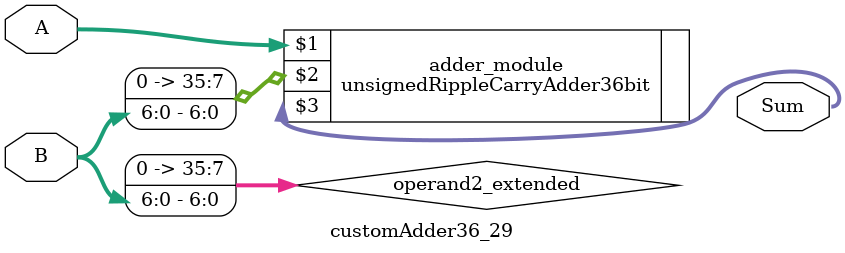
<source format=v>
module customAdder36_29(
                        input [35 : 0] A,
                        input [6 : 0] B,
                        
                        output [36 : 0] Sum
                );

        wire [35 : 0] operand2_extended;
        
        assign operand2_extended =  {29'b0, B};
        
        unsignedRippleCarryAdder36bit adder_module(
            A,
            operand2_extended,
            Sum
        );
        
        endmodule
        
</source>
